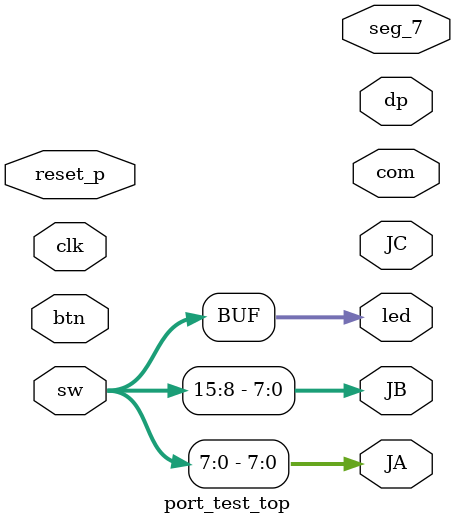
<source format=v>
`timescale 1ns / 1ps

module watch_collection_top (
    input clk, reset_p,
    input [3:0] btn,                                // Input Button
    input [1:0] sw,                                 // Input Switch, Select Mode
    output [6:0] seg_7,                             // Output FND 7-Segment
    output dp,                                      // Output FND DP
    output [3:0] com,                               // Output FND Digit Select
    output [15:0] led,                              // Output LED for Debugging
    output alarm                                    // Output Alarm
    );

    reg [2:0] mode;                                 // Mode Output, [0] Watch, [1] Timer, [2] Stop Watch
    reg [1:0] led_state;                            // LED Output State
    reg [15:0] fnd_time;                            // FND Output Time
    wire [15:0] bcd_time;                           // BCD Format Time
    wire [3:0] btn_clean;

    // Input & Output Connections for Each Clock
    reg [3:0] btn_w, btn_t, btn_sw;
    wire [15:0] time_w, time_t, time_sw;
    wire [1:0] led_w, led_t, led_sw;

    // Button Input Debounce + Prevent Duplicate Processing
    btn_cntr clean_btn_0 (.clk(clk), .reset_p(reset_p), .btn(btn[0]), .btn_pedge(btn_clean[0]));
    btn_cntr clean_btn_1 (.clk(clk), .reset_p(reset_p), .btn(btn[1]), .btn_pedge(btn_clean[1]));
    btn_cntr clean_btn_2 (.clk(clk), .reset_p(reset_p), .btn(btn[2]), .btn_pedge(btn_clean[2]));
    btn_cntr clean_btn_3 (.clk(clk), .reset_p(reset_p), .btn(btn[3]), .btn_pedge(btn_clean[3]));

    // Using Module, Input Button, Output Time & Mode State
    // Using Watch Module
    watch watch_instance (.clk(clk), .reset_p(reset_p),
        .btn_mode(btn_w[0]), .inc_sec(btn_w[1]), .inc_min(btn_w[2]), .btn_clear(btn_w[3]),
        .sec(time_w[7:0]), .min(time_w[15:8]), .set_watch(led_w[0]));

    // Using Timer Module
    cook_timer timer_instance (.clk(clk), .reset_p(reset_p),
        .btn_mode(btn_t[0]), .inc_sec(btn_t[1]), .inc_min(btn_t[2]), .btn_clear(btn_t[3]),
        .sec(time_t[7:0]), .min(time_t[15:8]), .start_set(led_t[0]), .alarm(led_t[1]));

    // Using Stop Watch Module
    stop_watch stop_watch_instance (.clk(clk), .reset_p(reset_p),
        .btn_start(btn_sw[0]), .btn_lap(btn_sw[1]), .btn_clear(btn_sw[3]),
        .fnd_csec(time_sw[7:0]), .fnd_sec(time_sw[15:8]), .start_stop(led_sw[0]), .lap(led_sw[1]));

    assign led[1:0] = led_state[1:0];               // State Output 1, Varies by Mode
    assign led[15:13] = mode;                       // Mode LED Output
    assign alarm = led_t[1];                        // Alarm Output

    always @(posedge clk, posedge reset_p) begin
        if (reset_p) begin                          // Reset = Base Mode
            mode = 3'b000;                          // LED Off
            fnd_time = 0;
        end
        else begin
            case (sw)
                2'd0 : begin                        // Select Watch Mode
                    mode = 3'b001;                  // LED Output LD13
                    btn_w = btn_clean;              // Button Input → Watch Button Input
                    fnd_time = time_w;              // Watch Output → FND Output
                    led_state = led_w;              // Watch Mode → LED Output
                end
                2'd1 : begin                        // Select Cook Timer Mode
                    mode = 3'b010;                  // LED Output LD14
                    btn_t = btn_clean;              // Button Input → Timer Button Input
                    fnd_time = time_t;              // Timer Output → FND Output
                    led_state = led_t;              // Timer Mode → LED Output
                end
                2'd2 : begin                        // Select Stop Watch Mode
                    mode = 3'b100;                  // LED Output LD15
                    btn_sw = btn_clean;             // Button Input → Stop Watch Button Input
                    fnd_time = time_sw;             // Stop Watch Output → FND Output
                    led_state = led_sw;             // Stop Watch Mode → LED Output
                end
                default: begin                      // Default = Base Mode
                    mode = 3'b000;                  // LED Off
                    fnd_time = 0;
                end
            endcase
        end
    end

    // BCD Format Conversion
    bin_to_dec bcd_1 (.bin(fnd_time[7:0]), .bcd(bcd_time[7:0]));
    bin_to_dec bcd_2 (.bin(fnd_time[15:8]), .bcd(bcd_time[15:8]));

    // FND 4-Digit Output
    fnd_cntr fnd (.clk(clk), .reset_p(reset_p),
                .fnd_value(bcd_time), .hex_bcd(1), .seg_7(seg_7), .dp(dp), .com(com));
endmodule

// Input 1-Channel ADC Value from Variable Resistor or Photo Sensor
module adc_top_6 (
    input clk, reset_p,
    input vauxp6, vauxn6,
    output [6:0] seg_7,
    output dp,
    output [3:0] com,
    output [15:0] led
    );

    wire [4:0] channel_out;
    wire [15:0] do_out;                     // do_out 16-bit, but Actual Value 12-bit
    wire eoc_out;
    xadc_wiz_0 adc (                        // Use of Registered IP Module
        .daddr_in({2'b00, channel_out}),    // Address bus for the dynamic reconfiguration port
        .dclk_in(clk),                      // Clock input for the dynamic reconfiguration port
        .den_in(eoc_out),                   // Enable Signal for the dynamic reconfiguration port
        .reset_in(reset_p),                 // Reset signal for the System Monitor control logic
        .vauxp6(vauxp6), .vauxn6(vauxn6),   // Auxiliary channel 6
        .channel_out(channel_out),          // Channel Selection Outputs
        .do_out(do_out),                    // Output data bus for dynamic reconfiguration port
        .eoc_out(eoc_out)                   // End of Conversion Signal
        );
        // eos_out End of Sequence Signal - If Multiple Channels, End All Channels

    // Edge Detection of EOC
    wire eoc_pedge;
    edge_detector_pos eoc_ed (.clk(clk), .reset_p(reset_p),
        .cp(eoc_out), .p_edge(eoc_pedge));

    reg [11:0] adc_value;
    always @(posedge clk, posedge reset_p) begin
        if (reset_p) adc_value = 0;
        else if (eoc_pedge) adc_value = do_out[15:4];
        // else if (eoc_pedge) adc_value = do_out[15:8];       // Discard Lower-bits More Stable
    end

    // FND 4-Digit Output
    fnd_cntr fnd (.clk(clk), .reset_p(reset_p),
                .fnd_value(adc_value), .hex_bcd(0), .seg_7(seg_7), .dp(dp), .com(com));
endmodule

// Input 2-Channel ADC Value from Joystick
module adc_sequence2_top (
    input clk, reset_p,
    input vauxp6, vauxn6,                       // XA1
    input vauxp14, vauxn14,                     // XA2
    output [6:0] seg_7,
    output dp,
    output [3:0] com,
    output led_r, led_g, led_b,
    output [15:0] led
    );

    wire [4:0] channel_out;
    wire [15:0] do_out;                         // do_out 16-bit, but Actual Value 12-bit
    wire eoc_out;
    xadc_joystick joystick_adc (                // Use of Registered IP Module
        .daddr_in({2'b00, channel_out}),        // Address bus for the dynamic reconfiguration port
        .dclk_in(clk),                          // Clock input for the dynamic reconfiguration port
        .den_in(eoc_out),                       // Enable Signal for the dynamic reconfiguration port
        .reset_in(reset_p),                     // Reset signal for the System Monitor control logic
        .vauxp6(vauxp6), .vauxn6(vauxn6),       // Auxiliary channel 6
        .vauxp14(vauxp14), .vauxn14(vauxn14),   // Auxiliary channel 14
        .channel_out(channel_out),              // Channel Selection Outputs
        .do_out(do_out),                        // Output data bus for dynamic reconfiguration port
        .eoc_out(eoc_out)                       // End of Conversion Signal
        );

    // Edge Detection of EOC
    wire eoc_pedge;
    edge_detector_pos eoc_ed (.clk(clk), .reset_p(reset_p),
        .cp(eoc_out), .p_edge(eoc_pedge));

    reg [11:0] adc_value_x, adc_value_y;
    always @(posedge clk, posedge reset_p) begin
        if (reset_p) begin
            adc_value_x = 0;
            adc_value_y = 0;
        end
        else if (eoc_pedge) begin
            case (channel_out[3:0])
                6  : adc_value_x = do_out[15:4];
                14 : adc_value_y = do_out[15:4];
            endcase
        end
    end

    wire [7:0] adcx_bcd, adcy_bcd;
    // BCD Format Conversion
    bin_to_dec bcd_adcx (.bin(adc_value_x[11:6]), .bcd(adcx_bcd));  // Discard Lower-bits More Stable
    bin_to_dec bcd_adcy (.bin(adc_value_y[11:6]), .bcd(adcy_bcd));

    // FND 4-Digit Output
    fnd_cntr fnd (.clk(clk), .reset_p(reset_p),
                .fnd_value({adcx_bcd, adcy_bcd}), .hex_bcd(1), .seg_7(seg_7), .dp(dp), .com(com));

    // Get Joystick ADC Value and Control LED
    pwm_Nstep #(.duty_step_N(128)) pwm_led_g (clk, reset_p, adc_value_x[11:5], led_r);
    pwm_Nstep #(.duty_step_N(128)) pwm_led_b (clk, reset_p, adc_value_y[11:5], led_b);
endmodule

//
module fnd_direct_top (
    input clk, reset_p,
    output [6:0] seg_7,
    output dp,
    output [3:0] com,
    output [15:0] led
    );

    integer cnt_sysclk;
    // System Clock Counter
    always @(negedge clk, posedge reset_p) begin
        if (reset_p) cnt_sysclk <= 0;
        else cnt_sysclk <= cnt_sysclk + 1;
    end
    
    // Edge Detection of
    wire cnt_sysclk_pedge;
    edge_detector_pos eoc_ed (.clk(clk), .reset_p(reset_p),
        .cp(cnt_sysclk[25]), .p_edge(cnt_sysclk_pedge));

    reg [31:0] fnd_value;

    reg [3:0] cnt_data;
    always @(posedge clk, posedge reset_p) begin
        if (reset_p) begin
            cnt_data <= 0;
        end
        else if (cnt_sysclk_pedge) begin
            if (cnt_data >= 11) cnt_data <= 0;
            else cnt_data <= cnt_data + 1;
        end
    end

    always @(posedge clk, posedge reset_p) begin
        if (reset_p) begin
            fnd_value <= 32'hFF_FF_FF_FF & ~(32'b1 << 0);
        end
        else begin
            case (cnt_data)
                4'd0    : fnd_value <= 32'hFF_FF_FF_FF & ~(32'b1 << 0);
                4'd1    : fnd_value <= 32'hFF_FF_FF_FF & ~(32'b1 << 1);
                4'd2    : fnd_value <= 32'hFF_FF_FF_FF & ~(32'b1 << 2);
                4'd3    : fnd_value <= 32'hFF_FF_FF_FF & ~(32'b1 << 3);
                4'd4    : fnd_value <= 32'hFF_FF_FF_FF & ~(32'b1 << 11);
                4'd5    : fnd_value <= 32'hFF_FF_FF_FF & ~(32'b1 << 19);
                4'd6    : fnd_value <= 32'hFF_FF_FF_FF & ~(32'b1 << 27);
                4'd7    : fnd_value <= 32'hFF_FF_FF_FF & ~(32'b1 << 28);
                4'd8    : fnd_value <= 32'hFF_FF_FF_FF & ~(32'b1 << 29);
                4'd9    : fnd_value <= 32'hFF_FF_FF_FF & ~(32'b1 << 24);
                4'd10   : fnd_value <= 32'hFF_FF_FF_FF & ~(32'b1 << 16);
                4'd11   : fnd_value <= 32'hFF_FF_FF_FF & ~(32'b1 << 8);
                default : fnd_value <= 32'hFF_FF_FF_FF & ~(32'b1 << 0);
            endcase
        end
    end

    // reg [3:0] digit_in;
    // wire [6:0] seg_out;
    // reg [6:0] fnd_seg_1, fnd_seg_2, fnd_seg_3, fnd_seg_4;
    // seg_decoder_a (2'b1, digit_in, seg_out);

    // always @(posedge clk, posedge reset_p) begin
    //     if (reset_p) begin
    //         digit_in <= 0;
    //         fnd_seg_1 <= seg_out;
    //         fnd_seg_2 <= seg_out;
    //         fnd_seg_3 <= seg_out;
    //         fnd_seg_4 <= seg_out;
    //     end
    //     else if (cnt_sysclk_pedge) begin
    //         if (digit_in == 9) begin
    //             digit_in <= 0;
    //         end
    //         else begin
    //             digit_in <= digit_in + 1;
    //         end
    //         fnd_seg_1 <= fnd_seg_2;
    //         fnd_seg_2 <= fnd_seg_3;
    //         fnd_seg_3 <= fnd_seg_4;
    //         fnd_seg_4 <= seg_out;
    //     end
    // end

    // assign fnd_value = {1'b1, fnd_seg_1, 1'b1, fnd_seg_2, 1'b1, fnd_seg_3, 1'b1, fnd_seg_4};
    fnd_cntr_direct_a fnd (clk, reset_p, fnd_value, seg_7, dp, com);
endmodule

//
module sensor_cnt_top (
    input clk, reset_p,
    input sensor,
    output [6:0] seg_7,
    output dp,
    output [3:0] com,
    output [15:0] led
    );

    wire sensor_pedge, sensor_nedge;
    // btn_cntr sensor_btn (clk, reset_p, sensor, sensor_pedge, sensor_nedge);
    edge_detector_pos sensor_ed (clk, reset_p, sensor, sensor_pedge, sensor_ndege);

    reg led_sensor;
    reg [11:0] cnt_pedge, cnt_nedge;
    always @(posedge clk, posedge reset_p) begin
        if (reset_p) begin
            cnt_pedge <= 0;
            cnt_nedge <= 0;
        end
        else if (sensor_pedge) begin
            cnt_pedge <= cnt_pedge + 1;
        end
        else if (sensor_nedge) begin
            cnt_nedge <= cnt_nedge + 1;
        end
    end

    wire led_state;
    assign led_state = ~sensor;
    assign led[3:0] = {4{sensor}};
    assign led[7:4] = {4{led_state}};

    wire [7:0] pedge_bcd, nedge_bcd;
    // BCD Format Conversion
    bin_to_dec bcd_pe (.bin(cnt_pedge), .bcd(pedge_bcd));  // Discard Lower-bits More Stable
    bin_to_dec bcd_ne (.bin(cnt_nedge), .bcd(nedge_bcd));

    // FND 4-Digit Output
    fnd_cntr fnd (.clk(clk), .reset_p(reset_p),
        .fnd_value({pedge_bcd, nedge_bcd}), .hex_bcd(1), .seg_7(seg_7), .dp(dp), .com(com));
endmodule


module sensor_test_top (
    input clk, reset_p,
    input sensor,
    output [15:0] led
    );

    wire led_state;
    assign led_state = ~sensor;
    assign led[3:0] = {4{sensor}};
    assign led[7:4] = {4{led_state}};
endmodule

// 기본
module basic_top (
    input clk, reset_p,
    input [15:0] sw,
    input [3:0] btn,
    output [6:0] seg_7,
    output reg dp,
    output [3:0] com,
    output [15:0] led
    );

    wire [3:0] btn_pedge, btn_nedge;
    btn_cntr btn0 (clk, reset_p, btn[0], btn_pedge[0], btn_nedge[0]);
    btn_cntr btn1 (clk, reset_p, btn[1], btn_pedge[1], btn_nedge[1]);
    btn_cntr btn2 (clk, reset_p, btn[2], btn_pedge[2], btn_nedge[2]);
    btn_cntr btn3 (clk, reset_p, btn[3], btn_pedge[3], btn_nedge[3]);

    assign led = sw;

    integer cnt_sysclk;
    reg cnt_sysclk_e;
    reg [15:0] cnt_fnd;
    reg [1:0] cnt_dp;
    reg [3:0] dp_in;
    always @(posedge clk, posedge reset_p) begin
        if (reset_p) begin
            cnt_sysclk_e <= 1;
            cnt_sysclk <= 0;
            cnt_fnd <= 0;
            dp <= 1'b1;
            dp_in <= 4'b1111;
        end
        else if (btn_pedge[0]) cnt_sysclk_e <= ~cnt_sysclk_e;
        else if (btn_pedge[1]) cnt_fnd[7:4] <= cnt_fnd[7:4] + 1;
        else if (btn_pedge[2]) cnt_fnd[11:8] <= cnt_fnd[11:8] + 1;
        else if (btn_pedge[3]) cnt_fnd[15:12] <= cnt_fnd[15:12] + 1;
        else begin
            if (cnt_sysclk_e) begin
                if (cnt_sysclk >= 99_999_999) begin
                    cnt_sysclk <= 0;
                    cnt_dp <= cnt_dp + 1;
                    if (cnt_fnd[3:0] >= 4'd9) begin
                        cnt_fnd[3:0] <= 0;
                        if (cnt_fnd[7:4] >= 4'd9) begin
                            cnt_fnd[7:4] <= 0;
                            if (cnt_fnd[11:8] >= 4'd9) begin
                                cnt_fnd[11:8] <= 0;
                                if (cnt_fnd[15:12] >= 4'd9) begin
                                    cnt_fnd[15:12] <= 0;
                                end
                                else begin
                                    cnt_fnd[15:12] <= cnt_fnd[15:12] + 1;
                                end
                            end
                            else begin
                                cnt_fnd[11:8] <= cnt_fnd[11:8] + 1;
                            end
                        end
                        else begin
                            cnt_fnd[7:4] <= cnt_fnd[7:4] + 1;
                        end
                    end
                    else begin
                        cnt_fnd[3:0] <= cnt_fnd[3:0] + 1;
                    end
                end
                else cnt_sysclk <= cnt_sysclk + 1;
            end
            else begin
                cnt_sysclk <= 0;
            end
            case (cnt_dp)
                2'd0   : dp_in <= 4'b1110;
                2'd1   : dp_in <= 4'b1101;
                2'd2   : dp_in <= 4'b1011;
                2'd3   : dp_in <= 4'b0111;
                default: dp_in <= 4'b1111;
            endcase
            case (com)
                4'b1110 : dp <= dp_in[0];
                4'b1101 : dp <= dp_in[1];
                4'b1011 : dp <= dp_in[2];
                4'b0111 : dp <= dp_in[3];
                default : dp <= 1'b1;
            endcase
        end
    end

    fnd_cntr fnd (.clk(clk), .reset_p(reset_p),
        .fnd_value(cnt_fnd), .hex_bcd(1), .seg_7(seg_7), .dp(), .com(com));
endmodule

//
module port_test_top(
    input clk, reset_p,
    input [15:0] sw,
    input [3:0] btn,
    output [7:0] JA,
    output [7:0] JB,
    output [7:0] JC,
    output [6:0] seg_7,
    output dp,
    output [3:0] com,
    output [15:0] led
    );

    assign led = sw;
    assign JA = sw [7:0];
    assign JB = sw [15:8];
endmodule

</source>
